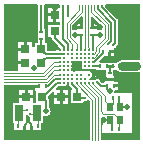
<source format=gtl>
G04*
G04 #@! TF.GenerationSoftware,Altium Limited,Altium Designer,19.0.15 (446)*
G04*
G04 Layer_Physical_Order=1*
G04 Layer_Color=255*
%FSLAX24Y24*%
%MOIN*%
G70*
G01*
G75*
%ADD10C,0.0079*%
%ADD11C,0.0049*%
%ADD13R,0.0106X0.0118*%
%ADD14R,0.0217X0.0256*%
%ADD15R,0.0118X0.0106*%
%ADD16C,0.0079*%
%ADD17R,0.0295X0.0315*%
%ADD18R,0.0295X0.0551*%
%ADD19R,0.0315X0.0295*%
%ADD28C,0.0090*%
%ADD29C,0.0080*%
%ADD30C,0.0300*%
%ADD31R,0.0354X0.0354*%
%ADD32R,0.0315X0.0300*%
%ADD33C,0.0197*%
%ADD34C,0.0098*%
G36*
X280Y1587D02*
Y1346D01*
X277D01*
Y1214D01*
X227D01*
Y1164D01*
X81D01*
X80Y1164D01*
X40Y1139D01*
X35Y1140D01*
X10Y1142D01*
X-15Y1140D01*
X-28Y1137D01*
X-57Y1152D01*
X-78Y1172D01*
Y1294D01*
X234Y1606D01*
X280Y1587D01*
D02*
G37*
G36*
X935Y1265D02*
Y1172D01*
X914Y1152D01*
X885Y1137D01*
X871Y1140D01*
X846Y1142D01*
X822Y1140D01*
X798Y1134D01*
X788Y1131D01*
X752Y1147D01*
X738Y1161D01*
Y1164D01*
X600D01*
Y1214D01*
X550D01*
Y1346D01*
X547D01*
Y1588D01*
X593Y1607D01*
X935Y1265D01*
D02*
G37*
G36*
X-1201Y1978D02*
Y1189D01*
X-1220D01*
Y740D01*
X-1264Y723D01*
X-1319D01*
Y581D01*
X-1417D01*
Y743D01*
X-1594D01*
Y507D01*
X-1644D01*
Y457D01*
X-1870D01*
Y271D01*
Y94D01*
X-1644D01*
Y-6D01*
X-1870D01*
Y-192D01*
X-1908Y-221D01*
X-2343D01*
X-2361Y-173D01*
Y2007D01*
X-1247D01*
X-1201Y1978D01*
D02*
G37*
G36*
X-473Y1977D02*
Y1870D01*
X-600D01*
Y1644D01*
Y1417D01*
X-473D01*
Y1319D01*
X-866D01*
Y906D01*
X-793D01*
X-749Y891D01*
X-747Y871D01*
X-741Y853D01*
X-732Y836D01*
X-720Y821D01*
X-539Y641D01*
X-538Y620D01*
X-540Y613D01*
X-442Y515D01*
Y482D01*
X-461Y463D01*
X-621D01*
X-637Y447D01*
X-646Y443D01*
X-906D01*
Y723D01*
X-941D01*
X-984Y740D01*
Y1189D01*
X-1003D01*
Y1978D01*
X-958Y2007D01*
X-518D01*
X-473Y1977D01*
D02*
G37*
G36*
X2184Y131D02*
X2037D01*
X2037Y131D01*
X1588D01*
X1562Y129D01*
X1536Y124D01*
X1511Y116D01*
X1488Y104D01*
X1466Y90D01*
X1446Y72D01*
X1434Y58D01*
X1388Y49D01*
X1388Y49D01*
X1163D01*
Y49D01*
X853D01*
X834Y95D01*
X1008Y269D01*
X1053Y281D01*
X1053Y281D01*
X1135D01*
Y418D01*
X1185D01*
Y468D01*
X1317D01*
Y526D01*
X1318Y527D01*
X1334Y533D01*
X1348Y542D01*
X1361Y553D01*
X1372Y566D01*
X1381Y581D01*
X1386Y591D01*
X1428Y634D01*
X1428Y634D01*
X1441Y649D01*
X1450Y666D01*
X1455Y684D01*
X1457Y704D01*
X1457Y704D01*
Y1440D01*
X1457Y1440D01*
X1455Y1460D01*
X1450Y1478D01*
X1441Y1495D01*
X1428Y1510D01*
X1428Y1510D01*
X1014Y1924D01*
X1015Y1982D01*
X1037Y2004D01*
X1045Y2007D01*
X2184D01*
Y131D01*
D02*
G37*
G36*
X565Y-151D02*
X582Y-160D01*
X601Y-166D01*
X620Y-168D01*
X620Y-168D01*
X733D01*
Y-187D01*
X1055D01*
Y-379D01*
X1035D01*
Y-461D01*
X1310D01*
Y-379D01*
X1291D01*
Y-187D01*
X1388D01*
Y-187D01*
X1434Y-196D01*
X1446Y-210D01*
X1466Y-227D01*
X1488Y-242D01*
X1511Y-253D01*
X1536Y-262D01*
X1562Y-267D01*
X1588Y-268D01*
X2037D01*
X2037Y-268D01*
X2184D01*
Y-2538D01*
X930D01*
X881Y-2520D01*
Y-1794D01*
X885Y-1788D01*
X931Y-1768D01*
X937Y-1773D01*
X935Y-2303D01*
X1919D01*
Y-965D01*
X1370D01*
X1351Y-950D01*
X1328Y-915D01*
X1329Y-905D01*
X1368Y-859D01*
X1445D01*
Y-771D01*
X1313D01*
Y-671D01*
X1445D01*
Y-584D01*
X1310D01*
Y-561D01*
X1035D01*
Y-603D01*
X977D01*
Y-622D01*
X922D01*
X861Y-561D01*
X857Y-551D01*
X848Y-536D01*
X837Y-523D01*
X824Y-512D01*
X809Y-503D01*
X794Y-497D01*
X777Y-493D01*
X760Y-491D01*
X743Y-493D01*
X726Y-497D01*
X711Y-503D01*
X696Y-512D01*
X683Y-523D01*
X672Y-536D01*
X672Y-536D01*
X658Y-529D01*
X639Y-523D01*
X620Y-521D01*
X601Y-523D01*
X582Y-529D01*
X565Y-538D01*
X551Y-549D01*
X537Y-538D01*
X520Y-529D01*
X503Y-523D01*
X488Y-497D01*
X486Y-487D01*
X510Y-451D01*
X516Y-449D01*
X532Y-443D01*
X544Y-435D01*
X550Y-440D01*
X566Y-450D01*
X570Y-452D01*
Y-410D01*
X570Y-410D01*
X579Y-395D01*
X586Y-379D01*
X590Y-363D01*
X591Y-346D01*
X591Y-344D01*
X590Y-329D01*
X586Y-312D01*
X579Y-297D01*
X570Y-282D01*
X570Y-282D01*
Y-237D01*
X566Y-239D01*
X550Y-249D01*
X549Y-250D01*
X510Y-238D01*
X503Y-221D01*
X499Y-207D01*
X502Y-196D01*
X513Y-173D01*
X516Y-172D01*
X532Y-166D01*
X546Y-157D01*
X559Y-146D01*
X565Y-151D01*
D02*
G37*
G36*
X-168Y-672D02*
X-166Y-691D01*
X-160Y-710D01*
X-157Y-716D01*
Y-727D01*
X-153Y-726D01*
X-152Y-726D01*
X-151Y-727D01*
X-139Y-742D01*
X-65Y-816D01*
X-85Y-866D01*
X-118D01*
Y-1299D01*
X295D01*
Y-1259D01*
X301Y-1249D01*
X329Y-1226D01*
X345Y-1220D01*
X354Y-1221D01*
X371Y-1219D01*
X388Y-1215D01*
X404Y-1209D01*
X418Y-1200D01*
X431Y-1189D01*
X478Y-1187D01*
X516Y-1218D01*
Y-2520D01*
X468Y-2538D01*
X-2361D01*
Y-733D01*
X-2343Y-684D01*
X-1317D01*
Y-688D01*
X-1185D01*
Y-788D01*
X-1317D01*
Y-876D01*
X-1289D01*
Y-1299D01*
X-1338Y-1303D01*
X-1388D01*
Y-1133D01*
X-1841D01*
Y-1303D01*
X-2040D01*
Y-1972D01*
X-1999D01*
Y-2179D01*
X-1794D01*
Y-2199D01*
X-1712D01*
Y-2061D01*
X-1612D01*
Y-2199D01*
X-1576D01*
Y-2199D01*
X-1494D01*
Y-2061D01*
X-1394D01*
Y-2199D01*
X-1312D01*
Y-2179D01*
X-1107D01*
Y-1972D01*
X-1056D01*
Y-1746D01*
X-1050Y-1738D01*
X-1006Y-1714D01*
X-1004Y-1715D01*
X-979Y-1721D01*
X-955Y-1723D01*
X-930Y-1721D01*
X-906Y-1715D01*
X-883Y-1706D01*
X-862Y-1693D01*
X-843Y-1677D01*
X-827Y-1658D01*
X-814Y-1637D01*
X-804Y-1614D01*
X-799Y-1590D01*
X-797Y-1565D01*
X-799Y-1540D01*
X-804Y-1516D01*
X-814Y-1493D01*
X-827Y-1472D01*
X-843Y-1453D01*
X-856Y-1442D01*
Y-1211D01*
X-858Y-1191D01*
X-863Y-1173D01*
X-872Y-1156D01*
X-876Y-1151D01*
Y-1048D01*
X-719Y-891D01*
X-669Y-912D01*
Y-1033D01*
X-493D01*
Y-846D01*
X-604D01*
X-624Y-796D01*
X-547Y-719D01*
X-482D01*
X-463Y-717D01*
X-444Y-711D01*
X-427Y-702D01*
X-413Y-691D01*
X-399Y-702D01*
X-382Y-711D01*
X-364Y-717D01*
X-344Y-719D01*
X-325Y-717D01*
X-307Y-711D01*
X-291Y-703D01*
X-290Y-704D01*
X-276Y-716D01*
X-260Y-726D01*
X-257Y-727D01*
Y-665D01*
X-253Y-658D01*
X-247Y-639D01*
X-246Y-620D01*
X-168D01*
Y-672D01*
D02*
G37*
G36*
X-1573Y-1693D02*
X-1564Y-1708D01*
X-1553Y-1720D01*
X-1540Y-1732D01*
X-1526Y-1740D01*
X-1510Y-1747D01*
X-1493Y-1751D01*
X-1476Y-1752D01*
X-1469Y-1759D01*
Y-1923D01*
X-1530D01*
Y-1923D01*
X-1627D01*
Y-1691D01*
X-1580Y-1677D01*
X-1573Y-1693D01*
D02*
G37*
%LPC*%
G36*
X177Y1346D02*
X90D01*
Y1264D01*
X177D01*
Y1346D01*
D02*
G37*
G36*
X738D02*
X650D01*
Y1264D01*
X738D01*
Y1346D01*
D02*
G37*
G36*
X-1694Y743D02*
X-1870D01*
Y557D01*
X-1694D01*
Y743D01*
D02*
G37*
G36*
X-700Y1870D02*
X-886D01*
Y1694D01*
X-700D01*
Y1870D01*
D02*
G37*
G36*
Y1594D02*
X-886D01*
Y1417D01*
X-700D01*
Y1594D01*
D02*
G37*
G36*
X1317Y368D02*
X1235D01*
Y281D01*
X1317D01*
Y368D01*
D02*
G37*
G36*
X727Y-394D02*
X670D01*
Y-452D01*
X674Y-450D01*
X690Y-440D01*
X704Y-428D01*
X716Y-414D01*
X726Y-398D01*
X727Y-394D01*
D02*
G37*
G36*
X-1388Y-846D02*
X-1564D01*
Y-1033D01*
X-1388D01*
Y-846D01*
D02*
G37*
G36*
X-1664D02*
X-1841D01*
Y-1033D01*
X-1664D01*
Y-846D01*
D02*
G37*
G36*
X-217Y-846D02*
X-393D01*
Y-1033D01*
X-217D01*
Y-846D01*
D02*
G37*
G36*
Y-1133D02*
X-393D01*
Y-1319D01*
X-217D01*
Y-1133D01*
D02*
G37*
G36*
X-493D02*
X-669D01*
Y-1319D01*
X-493D01*
Y-1133D01*
D02*
G37*
%LPD*%
D10*
X1201Y-1870D02*
X1257D01*
X974D02*
X1201D01*
X974Y-1870D02*
X974Y-1870D01*
X1257Y-2165D02*
Y-1870D01*
X1535Y-1417D02*
X1762D01*
X1500Y-1382D02*
X1535Y-1417D01*
X1500Y-1382D02*
Y-1112D01*
X1761Y-1419D02*
X1762Y-1417D01*
X1752Y-1419D02*
X1761D01*
X79Y-1083D02*
Y-820D01*
Y-1083D02*
X84Y-1088D01*
X89Y-1083D02*
X118Y-1112D01*
X354D01*
X-69Y-672D02*
X79Y-820D01*
X-207Y-758D02*
X-148Y-817D01*
X-1102Y1077D02*
Y1978D01*
X-1112Y507D02*
X-1102Y517D01*
Y852D01*
X-482Y344D02*
X-344D01*
X-950D02*
X-482D01*
X-1388Y-807D02*
Y-768D01*
X-1358Y-738D01*
X-1185D01*
X-207Y-758D02*
Y-620D01*
X-955Y-1565D02*
Y-1211D01*
X-1083Y-1083D02*
X-955Y-1211D01*
X902Y1897D02*
Y1969D01*
X1284Y630D02*
X1358Y704D01*
Y1440D01*
X902Y1897D02*
X1358Y1440D01*
X774Y1844D02*
Y1969D01*
X1134Y674D02*
X1230Y771D01*
Y1387D01*
X774Y1844D02*
X1230Y1387D01*
X667Y69D02*
X960Y362D01*
Y418D01*
X-640Y-482D02*
X-482D01*
X-896Y-738D02*
X-640Y-482D01*
X-961Y-738D02*
X-896D01*
X-588Y-620D02*
X-482D01*
X-1050Y-1083D02*
X-588Y-620D01*
X-1083Y-1083D02*
X-1050D01*
X-69Y-672D02*
Y-620D01*
X881Y-721D02*
X1089D01*
X760Y-600D02*
X881Y-721D01*
X620Y69D02*
X667D01*
X207Y970D02*
X226Y990D01*
X16D02*
X226D01*
X-950Y207D02*
X-482D01*
X-994Y389D02*
X-950Y344D01*
X-1004Y389D02*
X-994D01*
X-1112Y497D02*
X-1004Y389D01*
X-1112Y497D02*
Y507D01*
X-994Y162D02*
X-950Y207D01*
X-1004Y162D02*
X-994D01*
X-1112Y54D02*
X-1004Y162D01*
X-482Y207D02*
X-482D01*
X344Y-207D02*
X517D01*
X1089Y-823D02*
Y-721D01*
Y-823D02*
X1171Y-905D01*
X700Y1382D02*
X817Y1265D01*
X-1549Y-1901D02*
X-1548Y-1901D01*
X-1662Y-2015D02*
X-1549Y-1901D01*
X-1662Y-2061D02*
Y-2015D01*
X-1548Y-1901D02*
X-1444Y-2005D01*
Y-2061D02*
Y-2005D01*
X518Y-208D02*
X539D01*
X620Y-289D01*
Y-344D02*
Y-289D01*
Y-69D02*
X845D01*
X1132Y-511D02*
X1173D01*
X924Y-303D02*
X1132Y-511D01*
X207Y-207D02*
X344D01*
X517D02*
X518Y-208D01*
X811Y990D02*
X817Y984D01*
X600Y990D02*
X811D01*
X600D02*
X620Y970D01*
Y482D02*
Y970D01*
X207Y482D02*
Y970D01*
X10Y984D02*
X16Y990D01*
X-344Y482D02*
Y586D01*
X-650Y891D02*
X-344Y586D01*
X-650Y891D02*
Y1112D01*
X-207Y1604D02*
Y1977D01*
Y482D02*
Y658D01*
X-374Y825D02*
X-207Y658D01*
X-374Y825D02*
Y1977D01*
X11Y1228D02*
X214D01*
X227Y1214D01*
X614Y1228D02*
X817D01*
X600Y1214D02*
X614Y1228D01*
X11D02*
Y1265D01*
X128Y1382D01*
D11*
X620Y-644D02*
Y-620D01*
X1317Y-1645D02*
X1482Y-1811D01*
X966Y-1645D02*
X1317D01*
X896Y-1575D02*
X966Y-1645D01*
X896Y-1575D02*
Y-1059D01*
X482Y-645D02*
Y-620D01*
Y-645D02*
X896Y-1059D01*
X1201Y-1417D02*
Y-1398D01*
X1482Y-2165D02*
Y-1811D01*
X1201Y-1398D02*
X1276Y-1323D01*
Y-1101D01*
X620Y-644D02*
X1024Y-1048D01*
Y-1220D02*
Y-1048D01*
Y-1220D02*
X1201Y-1398D01*
Y-1417D02*
Y-1398D01*
X69Y-650D02*
X600Y-1181D01*
X207Y-648D02*
X699Y-1140D01*
X207Y-648D02*
Y-620D01*
X344Y-647D02*
X797Y-1100D01*
X344Y-647D02*
Y-620D01*
X797Y-2520D02*
Y-1100D01*
X699Y-2520D02*
Y-1140D01*
X600Y-2520D02*
Y-1181D01*
X733Y587D02*
X1019Y872D01*
Y1300D01*
X562Y1756D02*
X1019Y1300D01*
X660Y1797D02*
Y1988D01*
X832Y546D02*
X1117Y831D01*
Y1340D01*
X660Y1797D02*
X1117Y1340D01*
X562Y1756D02*
Y1988D01*
X733Y434D02*
Y587D01*
X832Y393D02*
Y546D01*
X645Y207D02*
X832Y393D01*
X644Y344D02*
X733Y434D01*
X69Y-650D02*
Y-620D01*
X-261Y1370D02*
X167Y1798D01*
Y1988D01*
X-162Y1329D02*
X266Y1757D01*
Y1988D01*
X463Y566D02*
Y1988D01*
Y566D02*
X482Y546D01*
Y482D02*
Y546D01*
X364Y566D02*
Y1988D01*
X344Y546D02*
X364Y566D01*
X344Y482D02*
Y546D01*
X-1476Y-1644D02*
X-1269D01*
X-1263Y-1638D01*
X-922Y-600D02*
X-666Y-344D01*
X-2343Y-600D02*
X-922D01*
X-962Y-502D02*
X-667Y-207D01*
X-2343Y-502D02*
X-962D01*
X-1003Y-404D02*
X-669Y-69D01*
X-2343Y-404D02*
X-1003D01*
X-1044Y-305D02*
X-670Y69D01*
X-2343Y-305D02*
X-1044D01*
X-666Y-344D02*
X-482D01*
X-667Y-207D02*
X-482D01*
X-669Y-69D02*
X-482D01*
X-670Y69D02*
X-482D01*
X-1593Y-1535D02*
X-1568Y-1510D01*
X69Y482D02*
Y682D01*
X-162Y913D02*
X69Y682D01*
X-162Y913D02*
Y1329D01*
X-69Y482D02*
Y680D01*
X-261Y872D02*
X-69Y680D01*
X-261Y872D02*
Y1370D01*
X620Y344D02*
X644D01*
X-1731Y-1535D02*
X-1593D01*
X-1824Y-1628D02*
X-1731Y-1535D01*
X-1887Y-1691D02*
X-1834Y-1638D01*
X-1887Y-2061D02*
Y-1691D01*
X-1263Y-1638D02*
X-1219Y-1681D01*
Y-2061D02*
Y-1681D01*
X620Y207D02*
X645D01*
D13*
X1500Y-1112D02*
D03*
X1276D02*
D03*
X1257Y-2165D02*
D03*
X1482D02*
D03*
X1089Y-721D02*
D03*
X1313D02*
D03*
X1275Y-69D02*
D03*
X1500D02*
D03*
X845Y-69D02*
D03*
X1070D02*
D03*
X-1444Y-2061D02*
D03*
X-1219D02*
D03*
X-1662Y-2061D02*
D03*
X-1887Y-2061D02*
D03*
X1185Y418D02*
D03*
X960D02*
D03*
X-1185Y-738D02*
D03*
X-961D02*
D03*
D14*
X1535Y-1870D02*
D03*
X1201Y-1870D02*
D03*
Y-1417D02*
D03*
X1535Y-1417D02*
D03*
D15*
X-1102Y1077D02*
D03*
Y852D02*
D03*
X600Y1214D02*
D03*
Y990D02*
D03*
X227Y1214D02*
D03*
Y990D02*
D03*
X1173Y-287D02*
D03*
Y-511D02*
D03*
D16*
X344Y344D02*
D03*
X620Y-344D02*
D03*
X482D02*
D03*
X620Y-620D02*
D03*
X-482Y482D02*
D03*
X-344D02*
D03*
X-207D02*
D03*
X-69D02*
D03*
X69D02*
D03*
X207D02*
D03*
X344D02*
D03*
X482D02*
D03*
X620D02*
D03*
X-482Y344D02*
D03*
X-344D02*
D03*
X-207D02*
D03*
X-69D02*
D03*
X69D02*
D03*
X207D02*
D03*
X482D02*
D03*
X620D02*
D03*
X-482Y207D02*
D03*
X-344D02*
D03*
X-69D02*
D03*
X69D02*
D03*
X207D02*
D03*
X344D02*
D03*
X482D02*
D03*
X620D02*
D03*
X-482Y69D02*
D03*
X-344D02*
D03*
X-207D02*
D03*
X-69D02*
D03*
X69D02*
D03*
X207D02*
D03*
X344D02*
D03*
X482D02*
D03*
X620D02*
D03*
X-482Y-69D02*
D03*
X-344D02*
D03*
X-207D02*
D03*
X-69D02*
D03*
X69D02*
D03*
X207D02*
D03*
X344D02*
D03*
X482D02*
D03*
X620D02*
D03*
X-482Y-207D02*
D03*
X-344D02*
D03*
X-207D02*
D03*
X-69D02*
D03*
X69D02*
D03*
X207D02*
D03*
X344D02*
D03*
X-482Y-344D02*
D03*
X-344D02*
D03*
X-207D02*
D03*
X-69D02*
D03*
X69D02*
D03*
X207D02*
D03*
X-482Y-482D02*
D03*
X-344D02*
D03*
X-207D02*
D03*
X-69D02*
D03*
X69D02*
D03*
X207D02*
D03*
X344D02*
D03*
X-482Y-620D02*
D03*
X-344D02*
D03*
X-207D02*
D03*
X-69D02*
D03*
X69D02*
D03*
X207D02*
D03*
X344D02*
D03*
X482D02*
D03*
D17*
X-1083Y-1083D02*
D03*
X-1614D02*
D03*
X-1112Y507D02*
D03*
X-1644D02*
D03*
X-443Y-1083D02*
D03*
X89D02*
D03*
X-1112Y44D02*
D03*
X-1644D02*
D03*
D18*
X-1834Y-1638D02*
D03*
X-1263D02*
D03*
D19*
X-650Y1112D02*
D03*
Y1644D02*
D03*
D28*
X1072Y-69D02*
X1178D01*
X1275D01*
X1280D01*
D29*
X1173Y-74D02*
X1178Y-69D01*
X1173Y-287D02*
Y-74D01*
D30*
X1588Y-69D02*
X2037D01*
D31*
X69Y-69D02*
D03*
D32*
X2030Y-69D02*
D03*
D33*
X-1969Y517D02*
D03*
Y54D02*
D03*
X2067Y-2421D02*
D03*
X2067Y-1093D02*
D03*
X1004Y-2421D02*
D03*
X974Y-1870D02*
D03*
X1752Y-1419D02*
D03*
X1427Y453D02*
D03*
X394Y-1624D02*
D03*
X-974Y-2057D02*
D03*
X-364Y-2421D02*
D03*
X-955Y-1565D02*
D03*
X157Y20D02*
D03*
X-167Y-1388D02*
D03*
X-20Y-157D02*
D03*
X157Y-2096D02*
D03*
X-974Y-2421D02*
D03*
X1535Y-709D02*
D03*
X1171Y-905D02*
D03*
X2067Y797D02*
D03*
X1575Y1299D02*
D03*
X2067Y1890D02*
D03*
X1220Y1890D02*
D03*
X394Y-2411D02*
D03*
X-817Y600D02*
D03*
X1722Y-389D02*
D03*
X2067Y249D02*
D03*
X2047Y-389D02*
D03*
X1722Y249D02*
D03*
X1148Y190D02*
D03*
X924Y-303D02*
D03*
X1440Y-380D02*
D03*
X-1348Y-127D02*
D03*
X846Y984D02*
D03*
X10D02*
D03*
X10Y1228D02*
D03*
X846D02*
D03*
X-2244Y-98D02*
D03*
Y778D02*
D03*
X-1949Y-1181D02*
D03*
X-650Y1890D02*
D03*
X2067Y1299D02*
D03*
X-1783Y1890D02*
D03*
X-1585Y1083D02*
D03*
X-2244Y1368D02*
D03*
Y1890D02*
D03*
X-2234Y-2421D02*
D03*
D34*
X354Y-1112D02*
D03*
X344Y-69D02*
D03*
Y69D02*
D03*
Y207D02*
D03*
X207Y207D02*
D03*
X69Y207D02*
D03*
X1134Y674D02*
D03*
X1284Y630D02*
D03*
X-1368Y-827D02*
D03*
X-69Y-344D02*
D03*
X69D02*
D03*
X-207D02*
D03*
X207Y-344D02*
D03*
X-207Y-207D02*
D03*
Y-69D02*
D03*
Y69D02*
D03*
X-69Y207D02*
D03*
X-1548Y-1770D02*
D03*
X-1476Y-1644D02*
D03*
X-344Y-207D02*
D03*
Y-69D02*
D03*
Y69D02*
D03*
Y207D02*
D03*
X344Y344D02*
D03*
X-482Y482D02*
D03*
X760Y-600D02*
D03*
X482Y-346D02*
D03*
X344Y-482D02*
D03*
X-344D02*
D03*
X-207D02*
D03*
X-69D02*
D03*
X69D02*
D03*
X207D02*
D03*
X482Y-69D02*
D03*
Y69D02*
D03*
Y207D02*
D03*
Y344D02*
D03*
X-69D02*
D03*
X69D02*
D03*
X207D02*
D03*
X-344Y-344D02*
D03*
X-207Y344D02*
D03*
X-1568Y-1510D02*
D03*
X-207Y1604D02*
D03*
M02*

</source>
